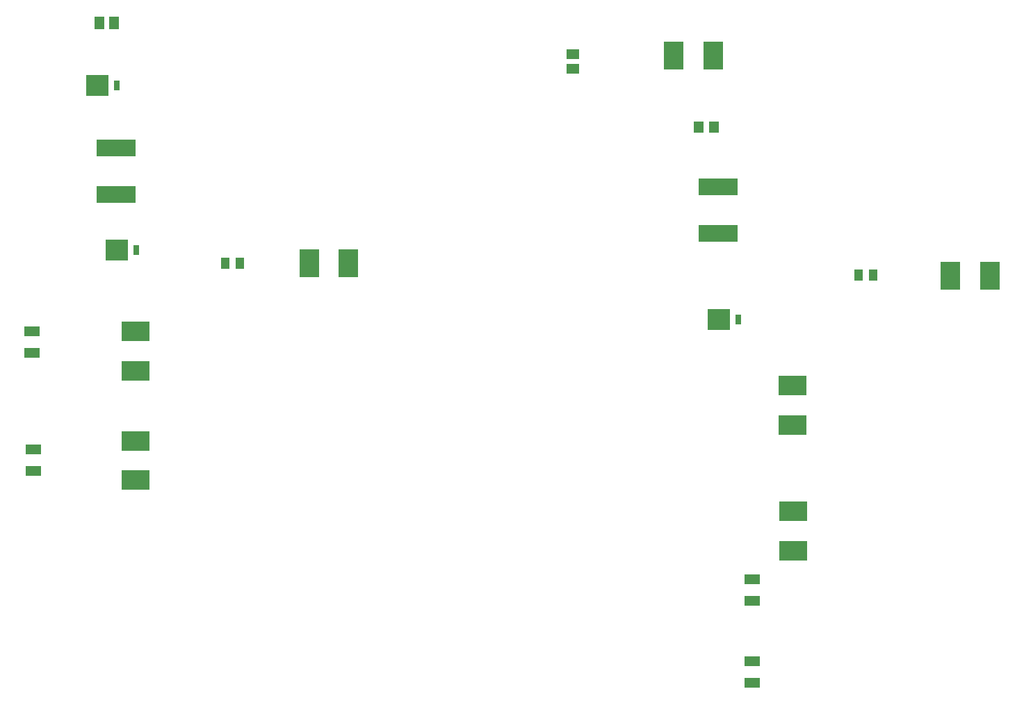
<source format=gtp>
G04*
G04 #@! TF.GenerationSoftware,Altium Limited,Altium Designer,22.8.2 (66)*
G04*
G04 Layer_Color=8421504*
%FSLAX44Y44*%
%MOMM*%
G71*
G04*
G04 #@! TF.SameCoordinates,59791082-BFED-418F-BB91-07DD3E29337C*
G04*
G04*
G04 #@! TF.FilePolarity,Positive*
G04*
G01*
G75*
%ADD12R,1.1000X1.3800*%
%ADD13R,1.9200X1.3000*%
%ADD14R,1.2000X1.5200*%
%ADD15R,1.5200X1.2000*%
%ADD16R,1.1500X1.4500*%
%ADD17R,4.7000X2.0500*%
%ADD18R,2.6700X2.5400*%
%ADD19R,0.7620X1.2700*%
%ADD20R,3.3700X2.3700*%
%ADD21R,2.3700X3.3700*%
D12*
X298150Y560000D02*
D03*
X315850D02*
D03*
X1069150Y546000D02*
D03*
X1086850D02*
D03*
D13*
X64000Y333100D02*
D03*
Y306900D02*
D03*
X940000Y75100D02*
D03*
Y48900D02*
D03*
X63000Y477100D02*
D03*
Y450900D02*
D03*
X940000Y175100D02*
D03*
Y148900D02*
D03*
D14*
X162670Y853500D02*
D03*
X144930D02*
D03*
D15*
X721000Y814870D02*
D03*
Y797130D02*
D03*
D16*
X875000Y726000D02*
D03*
X893000D02*
D03*
D17*
X165500Y644250D02*
D03*
Y700750D02*
D03*
X898500Y596750D02*
D03*
Y653250D02*
D03*
D18*
X166000Y576300D02*
D03*
X142047Y777300D02*
D03*
X899247Y492000D02*
D03*
D19*
X189510Y576300D02*
D03*
X165557Y777300D02*
D03*
X922757Y492000D02*
D03*
D20*
X189000Y477050D02*
D03*
Y428950D02*
D03*
Y344050D02*
D03*
Y295950D02*
D03*
X989000Y411050D02*
D03*
Y362950D02*
D03*
X990000Y258050D02*
D03*
Y209950D02*
D03*
D21*
X448300Y560000D02*
D03*
X400200D02*
D03*
X1229050Y545000D02*
D03*
X1180950D02*
D03*
X843950Y813500D02*
D03*
X892050D02*
D03*
M02*

</source>
